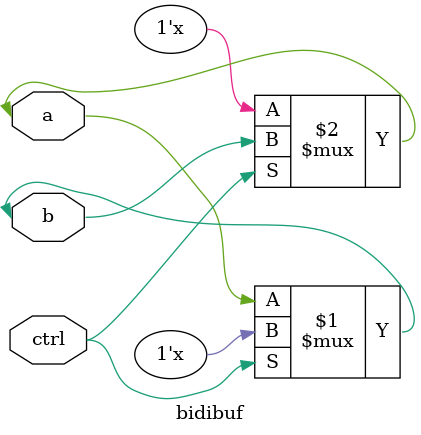
<source format=v>
`timescale 1ns / 1ps


module bidibuf(inout a, b, input ctrl);
    bufif0 BUF1(b, a, ctrl);
    bufif1 BUF2(a, b, ctrl);
endmodule

</source>
